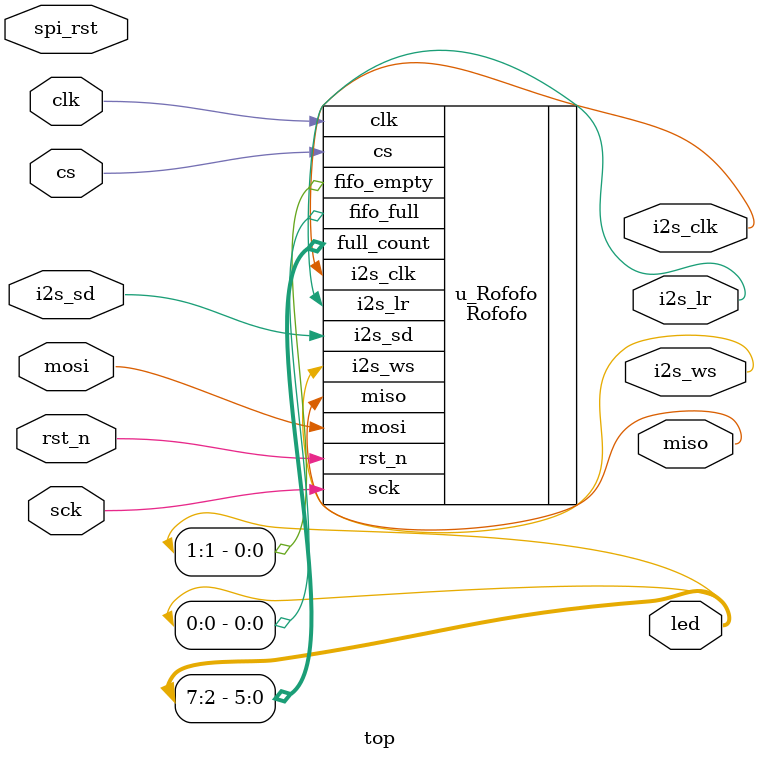
<source format=sv>
`define COMPRESS_OUT 1

module top (
    input  logic clk, // 50MHz
    input  logic rst_n,

    output logic [7:0] led,

    input  logic mosi,
    output logic miso,
    input  logic sck,
    input  logic cs,
    input  logic spi_rst,

    output logic i2s_clk,  // Clock do I2S
    output logic i2s_ws,   // Word Select do I2S
    output logic i2s_lr,   // Left/Right Select do I2S
    input  logic i2s_sd    // Dados do I2S
);

    Rofofo #(
        .CLK_FREQ        (50_000_000),  // Frequência do clock do sistema
        .I2S_CLK_FREQ    (1_500_000),
        .FIFO_DEPTH      (256), // 64kB
        .FIFO_WIDTH      (8),
        .DATA_SIZE       (24),
        .REDUCE_FACTOR   (2),
        .SIZE_FULL_COUNT (6)
    ) u_Rofofo (
        .clk        (clk),
        .rst_n      (rst_n),
        
        .mosi       (mosi),
        .miso       (miso),
        .cs         (cs),
        .sck        (sck),
 
        .i2s_clk    (i2s_clk),
        .i2s_ws     (i2s_ws),
        .i2s_lr     (i2s_lr),
        .i2s_sd     (i2s_sd),
 
        .full_count (led[7:2]),
        .fifo_empty (led[1]),
        .fifo_full  (led[0])
    );
    
endmodule

</source>
